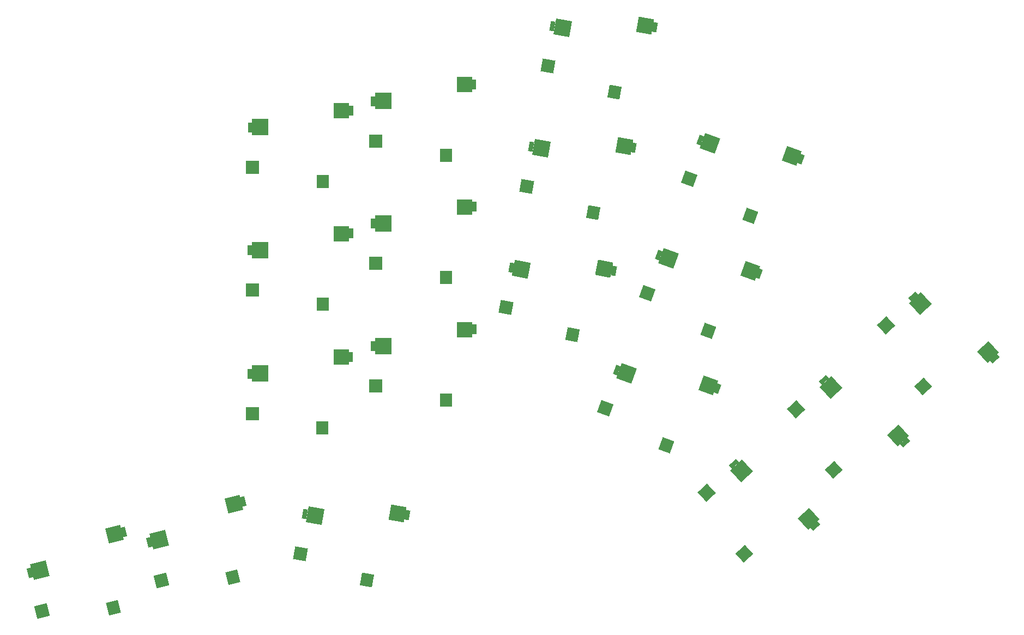
<source format=gbr>
%TF.GenerationSoftware,KiCad,Pcbnew,(6.0.2)*%
%TF.CreationDate,2022-03-03T13:29:24+00:00*%
%TF.ProjectId,yggdrasil,79676764-7261-4736-996c-2e6b69636164,1.0.0*%
%TF.SameCoordinates,Original*%
%TF.FileFunction,Paste,Bot*%
%TF.FilePolarity,Positive*%
%FSLAX46Y46*%
G04 Gerber Fmt 4.6, Leading zero omitted, Abs format (unit mm)*
G04 Created by KiCad (PCBNEW (6.0.2)) date 2022-03-03 13:29:24*
%MOMM*%
%LPD*%
G01*
G04 APERTURE LIST*
G04 Aperture macros list*
%AMRotRect*
0 Rectangle, with rotation*
0 The origin of the aperture is its center*
0 $1 length*
0 $2 width*
0 $3 Rotation angle, in degrees counterclockwise*
0 Add horizontal line*
21,1,$1,$2,0,0,$3*%
G04 Aperture macros list end*
%ADD10RotRect,2.500000X2.500000X160.000000*%
%ADD11RotRect,0.700000X1.500000X340.000000*%
%ADD12RotRect,2.000000X2.000000X160.000000*%
%ADD13RotRect,2.400000X2.400000X160.000000*%
%ADD14RotRect,1.900000X2.000000X160.000000*%
%ADD15RotRect,2.000000X2.000000X133.000000*%
%ADD16RotRect,0.700000X1.500000X313.000000*%
%ADD17RotRect,2.500000X2.500000X133.000000*%
%ADD18RotRect,1.900000X2.000000X133.000000*%
%ADD19RotRect,2.400000X2.400000X133.000000*%
%ADD20RotRect,2.000000X2.000000X170.000000*%
%ADD21RotRect,0.700000X1.500000X350.000000*%
%ADD22RotRect,2.500000X2.500000X170.000000*%
%ADD23RotRect,1.900000X2.000000X170.000000*%
%ADD24RotRect,2.400000X2.400000X170.000000*%
%ADD25R,2.000000X2.000000*%
%ADD26R,2.500000X2.500000*%
%ADD27R,0.700000X1.500000*%
%ADD28R,1.900000X2.000000*%
%ADD29R,2.400000X2.400000*%
%ADD30RotRect,2.000000X2.000000X194.000000*%
%ADD31RotRect,0.700000X1.500000X14.000000*%
%ADD32RotRect,2.500000X2.500000X194.000000*%
%ADD33RotRect,1.900000X2.000000X194.000000*%
%ADD34RotRect,2.400000X2.400000X194.000000*%
%ADD35RotRect,2.000000X2.000000X169.000000*%
%ADD36RotRect,0.700000X1.500000X349.000000*%
%ADD37RotRect,2.500000X2.500000X169.000000*%
%ADD38RotRect,2.400000X2.400000X169.000000*%
%ADD39RotRect,1.900000X2.000000X169.000000*%
G04 APERTURE END LIST*
D10*
%TO.C,SW14*%
X178535242Y-93517793D03*
D11*
X177018053Y-93008148D03*
D12*
X175273406Y-98971050D03*
D11*
X192660480Y-95934663D03*
D13*
X191244101Y-95440427D03*
D14*
X184763611Y-104766394D03*
%TD*%
D15*
%TO.C,SW10*%
X204900179Y-99100620D03*
D16*
X209161773Y-94579688D03*
D17*
X210282224Y-95722574D03*
D18*
X210724983Y-108572771D03*
D19*
X220733042Y-103205355D03*
D16*
X221770667Y-104288746D03*
%TD*%
%TO.C,SW15*%
X195259301Y-107564742D03*
D17*
X196379752Y-108707628D03*
D15*
X190997707Y-112085674D03*
D19*
X206830570Y-116190409D03*
D18*
X196822511Y-121557825D03*
D16*
X207868195Y-117273800D03*
%TD*%
D20*
%TO.C,SW3*%
X166347489Y-45798801D03*
D21*
X167030185Y-39623534D03*
D22*
X168612823Y-39861979D03*
D23*
X176699868Y-49858143D03*
D24*
X181462467Y-39548534D03*
D21*
X182943152Y-39789310D03*
%TD*%
D25*
%TO.C,SW6*%
X120468720Y-80623944D03*
D26*
X121668720Y-74383944D03*
D27*
X120068720Y-74423944D03*
X135768720Y-71823944D03*
D28*
X131368720Y-82823944D03*
D29*
X134268720Y-71843944D03*
%TD*%
D30*
%TO.C,SW16*%
X87763521Y-130425691D03*
D31*
X85875487Y-124506626D03*
D32*
X87418283Y-124080739D03*
D33*
X98871972Y-129923393D03*
D31*
X100480133Y-118185683D03*
D34*
X99029528Y-118567972D03*
%TD*%
D26*
%TO.C,SW7*%
X140778734Y-70239398D03*
D27*
X139178734Y-70279398D03*
D25*
X139578734Y-76479398D03*
D28*
X150478734Y-78679398D03*
D27*
X154878734Y-67679398D03*
D29*
X153378734Y-67699398D03*
%TD*%
D30*
%TO.C,SW17*%
X106317904Y-125701361D03*
D32*
X105972666Y-119356409D03*
D31*
X104429870Y-119782296D03*
X119034516Y-113461353D03*
D34*
X117583911Y-113843642D03*
D33*
X117426355Y-125199063D03*
%TD*%
D22*
%TO.C,SW8*%
X165313503Y-58573322D03*
D21*
X163730865Y-58334877D03*
D20*
X163048169Y-64510144D03*
D24*
X178163147Y-58259877D03*
D21*
X179643832Y-58500653D03*
D23*
X173400548Y-68569486D03*
%TD*%
D22*
%TO.C,SW18*%
X130155996Y-115647870D03*
D20*
X127890662Y-121584692D03*
D21*
X128573358Y-115409425D03*
X144486325Y-115575201D03*
D24*
X143005640Y-115334425D03*
D23*
X138243041Y-125644034D03*
%TD*%
D26*
%TO.C,SW2*%
X140776094Y-51250457D03*
D27*
X139176094Y-51290457D03*
D25*
X139576094Y-57490457D03*
D27*
X154876094Y-48690457D03*
D29*
X153376094Y-48710457D03*
D28*
X150476094Y-59690457D03*
%TD*%
D35*
%TO.C,SW13*%
X159861657Y-83312941D03*
D36*
X160652022Y-77150529D03*
D37*
X162230258Y-77416558D03*
D38*
X175083416Y-77327418D03*
D39*
X170141614Y-87552339D03*
D36*
X176559673Y-77593999D03*
%TD*%
D25*
%TO.C,SW1*%
X120483443Y-61536516D03*
D27*
X120083443Y-55336516D03*
D26*
X121683443Y-55296516D03*
D28*
X131383443Y-63736516D03*
D27*
X135783443Y-52736516D03*
D29*
X134283443Y-52756516D03*
%TD*%
D10*
%TO.C,SW9*%
X185032319Y-75674938D03*
D12*
X181770483Y-81128195D03*
D11*
X183515130Y-75165293D03*
D13*
X197741178Y-77597572D03*
D14*
X191260688Y-86923539D03*
D11*
X199157557Y-78091808D03*
%TD*%
D27*
%TO.C,SW11*%
X120036639Y-93609851D03*
D25*
X120436639Y-99809851D03*
D26*
X121636639Y-93569851D03*
D27*
X135736639Y-91009851D03*
D29*
X134236639Y-91029851D03*
D28*
X131336639Y-102009851D03*
%TD*%
D11*
%TO.C,SW4*%
X190012225Y-57322422D03*
D12*
X188267578Y-63285324D03*
D10*
X191529414Y-57832067D03*
D14*
X197757783Y-69080668D03*
D13*
X204238273Y-59754701D03*
D11*
X205654652Y-60248937D03*
%TD*%
D15*
%TO.C,SW5*%
X218802646Y-86115601D03*
D17*
X224184691Y-82737555D03*
D16*
X223064240Y-81594669D03*
D18*
X224627450Y-95587752D03*
D16*
X235673134Y-91303727D03*
D19*
X234635509Y-90220336D03*
%TD*%
D26*
%TO.C,SW12*%
X140796072Y-89276105D03*
D25*
X139596072Y-95516105D03*
D27*
X139196072Y-89316105D03*
D29*
X153396072Y-86736105D03*
D27*
X154896072Y-86716105D03*
D28*
X150496072Y-97716105D03*
%TD*%
M02*

</source>
